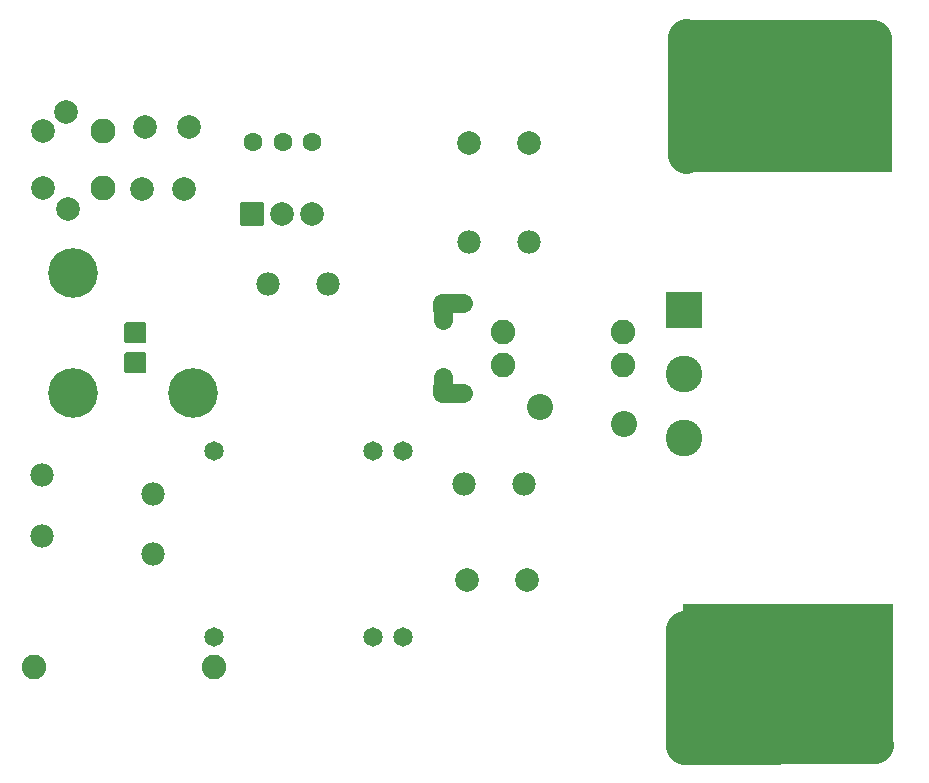
<source format=gbs>
G04 Layer: BottomSolderMaskLayer*
G04 EasyEDA v6.5.34, 2023-10-25 23:35:01*
G04 b0c90d07580345d6a9a575a3640b0f1e,d8e1fe4a71354f51b54a745932dbb16f,10*
G04 Gerber Generator version 0.2*
G04 Scale: 100 percent, Rotated: No, Reflected: No *
G04 Dimensions in millimeters *
G04 leading zeros omitted , absolute positions ,4 integer and 5 decimal *
%FSLAX45Y45*%
%MOMM*%

%AMMACRO1*1,1,$1,$2,$3*1,1,$1,$4,$5*1,1,$1,0-$2,0-$3*1,1,$1,0-$4,0-$5*20,1,$1,$2,$3,$4,$5,0*20,1,$1,$4,$5,0-$2,0-$3,0*20,1,$1,0-$2,0-$3,0-$4,0-$5,0*20,1,$1,0-$4,0-$5,$2,$3,0*4,1,4,$2,$3,$4,$5,0-$2,0-$3,0-$4,0-$5,$2,$3,0*%
%ADD10C,3.1016*%
%ADD11C,1.6016*%
%ADD12C,2.1016*%
%ADD13MACRO1,0.2032X0.7874X-0.7874X-0.7874X-0.7874*%
%ADD14C,3.1032*%
%ADD15MACRO1,0.2032X1.45X1.45X1.45X-1.45*%
%ADD16C,2.0828*%
%ADD17C,2.4032*%
%ADD18C,2.1032*%
%ADD19C,2.0032*%
%ADD20MACRO1,0.2032X0.7874X0.7874X0.7874X-0.7874*%
%ADD21C,1.6032*%
%ADD22C,1.9812*%
%ADD23MACRO1,0.2032X-0.9X-0.9X-0.9X0.9*%
%ADD24C,4.2032*%
%ADD25C,2.2032*%
%ADD26C,1.6532*%

%LPD*%
D10*
X5854700Y1600200D02*
G01*
X5854700Y1600200D01*
X5854700Y609549D01*
D11*
X3810000Y4216400D02*
G01*
X3809390Y4359097D01*
X3987190Y4359097D01*
X3987190Y3597097D02*
G01*
X3809390Y3597097D01*
X3810000Y3733800D01*
X3987190Y3597097D02*
G01*
X3809390Y3597097D01*
X3810000Y3733800D01*
X3810000Y4216400D02*
G01*
X3809390Y4359097D01*
X3987190Y4359097D01*
D12*
X5854700Y1600200D02*
G01*
X5854700Y609600D01*
X5854700Y1600200D02*
G01*
X5854700Y1092200D01*
D10*
X7467600Y622249D02*
G01*
X5861050Y609549D01*
X5867400Y6616700D02*
G01*
X5867400Y5613400D01*
X7454900Y6604000D02*
G01*
X5880100Y6604000D01*
X5867400Y6616700D01*
D13*
G01*
X1207185Y4105099D03*
G01*
X1207185Y3851099D03*
D14*
G01*
X5854700Y3214166D03*
D15*
G01*
X5854700Y4304220D03*
D14*
G01*
X5854700Y3759174D03*
D16*
G01*
X1878990Y1277010D03*
G01*
X354990Y1277010D03*
D17*
G01*
X5854700Y1600200D03*
G01*
X5854700Y1092200D03*
D18*
G01*
X939190Y5812764D03*
D19*
G01*
X431190Y5812764D03*
D18*
G01*
X939190Y5330164D03*
D19*
G01*
X431190Y5330164D03*
D20*
G01*
X1211366Y3850436D03*
G01*
X1211366Y4105503D03*
D21*
G01*
X2209190Y5723864D03*
G01*
X2463190Y5723864D03*
D22*
G01*
X4504004Y2829991D03*
G01*
X3996004Y2829991D03*
G01*
X1358900Y2743200D03*
G01*
X1358900Y2235200D03*
G01*
X4544009Y4880000D03*
G01*
X4036009Y4880000D03*
G01*
X2844190Y4517364D03*
G01*
X2336190Y4517364D03*
D23*
G01*
X2196490Y5114264D03*
D19*
G01*
X2450490Y5114264D03*
G01*
X2704490Y5114264D03*
G01*
X4032605Y5715000D03*
G01*
X4542586Y5715000D03*
G01*
X4526584Y2015464D03*
G01*
X4016603Y2015464D03*
D16*
G01*
X4318000Y4114800D03*
G01*
X5334000Y4114800D03*
G01*
X4318000Y3835400D03*
G01*
X5334000Y3835400D03*
D22*
G01*
X419100Y2901594D03*
G01*
X419100Y2391613D03*
D17*
G01*
X5867400Y6616700D03*
G01*
X5867400Y6108700D03*
D24*
G01*
X685190Y3597097D03*
G01*
X685190Y4613097D03*
G01*
X1701190Y3597097D03*
D19*
G01*
X1624990Y5324297D03*
G01*
X1269390Y5324297D03*
G01*
X1663090Y5850864D03*
G01*
X1294790Y5850864D03*
D25*
G01*
X5346700Y3340100D03*
G01*
X4634890Y3482797D03*
D17*
G01*
X5854700Y609600D03*
D26*
G01*
X1878990Y1532864D03*
G01*
X3225190Y1532864D03*
G01*
X3479190Y1532864D03*
G01*
X1878990Y3107664D03*
G01*
X3225190Y3107664D03*
G01*
X3479190Y3107664D03*
D19*
G01*
X622300Y5981700D03*
G01*
X635000Y5156200D03*
D17*
G01*
X6388100Y609600D03*
G01*
X6400800Y5613400D03*
G01*
X5867400Y5613400D03*
G01*
X6832600Y622300D03*
G01*
X6832600Y1079500D03*
G01*
X7150100Y1079500D03*
G01*
X7150100Y622300D03*
G01*
X7467600Y1079500D03*
G01*
X7467600Y622300D03*
G01*
X6832600Y6616700D03*
G01*
X7150100Y6616700D03*
G01*
X7454900Y6604000D03*
G01*
X7454900Y6108700D03*
G01*
X7150100Y6108700D03*
G01*
X6832600Y6108700D03*
D21*
G01*
X2705100Y5727700D03*
D17*
G01*
X6400800Y6616700D03*
G01*
X6400800Y6108700D03*
G01*
X6388100Y1600200D03*
G01*
X6388100Y1092200D03*
G36*
X5875020Y6621779D02*
G01*
X7612379Y6621779D01*
X7612379Y5468619D01*
X5875020Y5468619D01*
G37*
G36*
X5849620Y1808479D02*
G01*
X7625079Y1808479D01*
X7625079Y604519D01*
X5849620Y604519D01*
G37*
M02*

</source>
